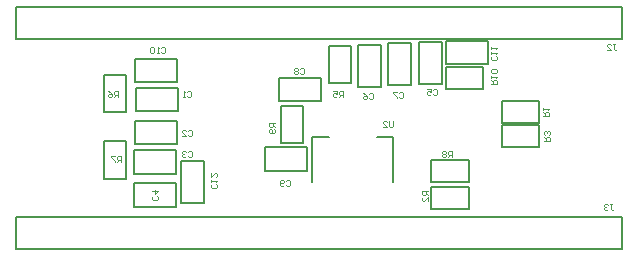
<source format=gbo>
G04*
G04 #@! TF.GenerationSoftware,Altium Limited,Altium Designer,22.7.1 (60)*
G04*
G04 Layer_Color=32896*
%FSLAX25Y25*%
%MOIN*%
G70*
G04*
G04 #@! TF.SameCoordinates,143699A1-5C46-47B9-B1A9-45083201A81C*
G04*
G04*
G04 #@! TF.FilePolarity,Positive*
G04*
G01*
G75*
%ADD11C,0.00787*%
%ADD13C,0.00400*%
D11*
X4095Y4685D02*
X206063D01*
Y15216D01*
X4095Y4685D02*
Y15216D01*
X206063D01*
X4095Y74685D02*
X206063D01*
Y85216D01*
X4095Y74685D02*
Y85216D01*
X206063D01*
X178247Y46597D02*
Y53797D01*
X165847Y46597D02*
X178247D01*
X165847D02*
Y53797D01*
X178247D01*
Y38723D02*
Y45923D01*
X165847Y38723D02*
X178247D01*
X165847D02*
Y45923D01*
X178247D01*
X142422Y18054D02*
Y25253D01*
X154822D01*
Y18054D02*
Y25253D01*
X142422Y18054D02*
X154822D01*
X142422Y26912D02*
Y34112D01*
X154822D01*
Y26912D02*
Y34112D01*
X142422Y26912D02*
X154822D01*
X129528Y26969D02*
Y41929D01*
X124409D02*
X129528D01*
X102756Y26969D02*
Y41929D01*
X108268D01*
X86988Y30709D02*
X100988D01*
Y38449D01*
X86988D02*
X100988D01*
X86988Y30709D02*
Y38449D01*
X92400Y52200D02*
X99600D01*
Y39800D02*
Y52200D01*
X92400Y39800D02*
X99600D01*
X92400D02*
Y52200D01*
X43197Y18701D02*
X57197D01*
Y26441D01*
X43197D02*
X57197D01*
X43197Y18701D02*
Y26441D01*
X66732Y20059D02*
Y34059D01*
X58992D02*
X66732D01*
X58992Y20059D02*
Y34059D01*
Y20059D02*
X66732D01*
X43287Y29724D02*
X57287D01*
Y37465D01*
X43287D02*
X57287D01*
X43287Y29724D02*
Y37465D01*
X33408Y28052D02*
X40608D01*
X33408D02*
Y40452D01*
X40608D01*
Y28052D02*
Y40452D01*
X43591Y39567D02*
X57591D01*
Y47307D01*
X43591D02*
X57591D01*
X43591Y39567D02*
Y47307D01*
X33408Y50099D02*
X40608D01*
X33408D02*
Y62499D01*
X40608D01*
Y50099D02*
Y62499D01*
X43984Y50591D02*
X57984D01*
Y58331D01*
X43984D02*
X57984D01*
X43984Y50591D02*
Y58331D01*
X43681Y60236D02*
X57681D01*
Y67976D01*
X43681D02*
X57681D01*
X43681Y60236D02*
Y67976D01*
X91500Y61740D02*
X105500D01*
X91500Y54000D02*
Y61740D01*
Y54000D02*
X105500D01*
Y61740D01*
X108400Y59800D02*
X115600D01*
X108400D02*
Y72200D01*
X115600D01*
Y59800D02*
Y72200D01*
X125740Y58740D02*
Y72740D01*
X118000D02*
X125740D01*
X118000Y58740D02*
Y72740D01*
Y58740D02*
X125740D01*
X135740Y59260D02*
Y73260D01*
X128000D02*
X135740D01*
X128000Y59260D02*
Y73260D01*
Y59260D02*
X135740D01*
X138260Y59500D02*
Y73500D01*
Y59500D02*
X146000D01*
Y73500D01*
X138260D02*
X146000D01*
X159700Y57900D02*
Y65100D01*
X147300Y57900D02*
X159700D01*
X147300D02*
Y65100D01*
X159700D01*
X147260Y66260D02*
X161260D01*
Y74000D01*
X147260D02*
X161260D01*
X147260Y66260D02*
Y74000D01*
D13*
X180103Y40657D02*
X182102D01*
Y41656D01*
X181769Y41990D01*
X181102D01*
X180769Y41656D01*
Y40657D01*
Y41323D02*
X180103Y41990D01*
X181769Y42656D02*
X182102Y42989D01*
Y43656D01*
X181769Y43989D01*
X181436D01*
X181102Y43656D01*
Y43323D01*
Y43656D01*
X180769Y43989D01*
X180436D01*
X180103Y43656D01*
Y42989D01*
X180436Y42656D01*
X179611Y48864D02*
X181610D01*
Y49864D01*
X181277Y50197D01*
X180610D01*
X180277Y49864D01*
Y48864D01*
Y49530D02*
X179611Y50197D01*
Y50863D02*
Y51530D01*
Y51196D01*
X181610D01*
X181277Y50863D01*
X129619Y47260D02*
Y45593D01*
X129286Y45260D01*
X128619D01*
X128286Y45593D01*
Y47260D01*
X126287Y45260D02*
X127620D01*
X126287Y46593D01*
Y46926D01*
X126620Y47260D01*
X127286D01*
X127620Y46926D01*
X162386Y59509D02*
X164385D01*
Y60508D01*
X164052Y60842D01*
X163386D01*
X163053Y60508D01*
Y59509D01*
Y60175D02*
X162386Y60842D01*
Y61508D02*
Y62174D01*
Y61841D01*
X164385D01*
X164052Y61508D01*
Y63174D02*
X164385Y63507D01*
Y64174D01*
X164052Y64507D01*
X162719D01*
X162386Y64174D01*
Y63507D01*
X162719Y63174D01*
X164052D01*
X90350Y46671D02*
X88351D01*
Y45672D01*
X88684Y45338D01*
X89350D01*
X89684Y45672D01*
Y46671D01*
Y46005D02*
X90350Y45338D01*
X90017Y44672D02*
X90350Y44339D01*
Y43672D01*
X90017Y43339D01*
X88684D01*
X88351Y43672D01*
Y44339D01*
X88684Y44672D01*
X89017D01*
X89350Y44339D01*
Y43339D01*
X149304Y35418D02*
Y37417D01*
X148304D01*
X147971Y37084D01*
Y36417D01*
X148304Y36084D01*
X149304D01*
X148637D02*
X147971Y35418D01*
X147305Y37084D02*
X146971Y37417D01*
X146305D01*
X145972Y37084D01*
Y36751D01*
X146305Y36417D01*
X145972Y36084D01*
Y35751D01*
X146305Y35418D01*
X146971D01*
X147305Y35751D01*
Y36084D01*
X146971Y36417D01*
X147305Y36751D01*
Y37084D01*
X146971Y36417D02*
X146305D01*
X39068Y33449D02*
Y35449D01*
X38068D01*
X37735Y35115D01*
Y34449D01*
X38068Y34116D01*
X39068D01*
X38401D02*
X37735Y33449D01*
X37068Y35449D02*
X35735D01*
Y35115D01*
X37068Y33782D01*
Y33449D01*
X38083Y55103D02*
Y57102D01*
X37084D01*
X36751Y56769D01*
Y56102D01*
X37084Y55769D01*
X38083D01*
X37417D02*
X36751Y55103D01*
X34751Y57102D02*
X35418Y56769D01*
X36084Y56102D01*
Y55436D01*
X35751Y55103D01*
X35084D01*
X34751Y55436D01*
Y55769D01*
X35084Y56102D01*
X36084D01*
X112887Y55103D02*
Y57102D01*
X111887D01*
X111554Y56769D01*
Y56102D01*
X111887Y55769D01*
X112887D01*
X112220D02*
X111554Y55103D01*
X109554Y57102D02*
X110887D01*
Y56102D01*
X110221Y56436D01*
X109888D01*
X109554Y56102D01*
Y55436D01*
X109888Y55103D01*
X110554D01*
X110887Y55436D01*
X141354Y23784D02*
X139355D01*
Y22785D01*
X139688Y22451D01*
X140354D01*
X140688Y22785D01*
Y23784D01*
Y23118D02*
X141354Y22451D01*
Y20452D02*
Y21785D01*
X140021Y20452D01*
X139688D01*
X139355Y20785D01*
Y21452D01*
X139688Y21785D01*
X202105Y19701D02*
X202771D01*
X202438D01*
Y18034D01*
X202771Y17701D01*
X203104D01*
X203438Y18034D01*
X201438Y19367D02*
X201105Y19701D01*
X200439D01*
X200106Y19367D01*
Y19034D01*
X200439Y18701D01*
X200772D01*
X200439D01*
X200106Y18368D01*
Y18034D01*
X200439Y17701D01*
X201105D01*
X201438Y18034D01*
X203089Y72850D02*
X203756D01*
X203422D01*
Y71184D01*
X203756Y70851D01*
X204089D01*
X204422Y71184D01*
X201090Y70851D02*
X202423D01*
X201090Y72184D01*
Y72517D01*
X201423Y72850D01*
X202090D01*
X202423Y72517D01*
X70548Y26393D02*
X70882Y26060D01*
Y25393D01*
X70548Y25060D01*
X69215D01*
X68882Y25393D01*
Y26060D01*
X69215Y26393D01*
X68882Y27059D02*
Y27726D01*
Y27393D01*
X70882D01*
X70548Y27059D01*
X68882Y30058D02*
Y28725D01*
X70215Y30058D01*
X70548D01*
X70882Y29725D01*
Y29059D01*
X70548Y28725D01*
X164052Y69049D02*
X164385Y68716D01*
Y68049D01*
X164052Y67716D01*
X162719D01*
X162386Y68049D01*
Y68716D01*
X162719Y69049D01*
X162386Y69715D02*
Y70382D01*
Y70048D01*
X164385D01*
X164052Y69715D01*
X162386Y71381D02*
Y72048D01*
Y71715D01*
X164385D01*
X164052Y71381D01*
X52347Y71533D02*
X52681Y71866D01*
X53347D01*
X53680Y71533D01*
Y70200D01*
X53347Y69867D01*
X52681D01*
X52347Y70200D01*
X51681Y69867D02*
X51015D01*
X51348D01*
Y71866D01*
X51681Y71533D01*
X50015D02*
X49682Y71866D01*
X49015D01*
X48682Y71533D01*
Y70200D01*
X49015Y69867D01*
X49682D01*
X50015Y70200D01*
Y71533D01*
X93837Y27241D02*
X94170Y27575D01*
X94837D01*
X95170Y27241D01*
Y25908D01*
X94837Y25575D01*
X94170D01*
X93837Y25908D01*
X93171D02*
X92838Y25575D01*
X92171D01*
X91838Y25908D01*
Y27241D01*
X92171Y27575D01*
X92838D01*
X93171Y27241D01*
Y26908D01*
X92838Y26575D01*
X91838D01*
X98758Y64643D02*
X99092Y64976D01*
X99758D01*
X100091Y64643D01*
Y63310D01*
X99758Y62977D01*
X99092D01*
X98758Y63310D01*
X98092Y64643D02*
X97759Y64976D01*
X97092D01*
X96759Y64643D01*
Y64310D01*
X97092Y63976D01*
X96759Y63643D01*
Y63310D01*
X97092Y62977D01*
X97759D01*
X98092Y63310D01*
Y63643D01*
X97759Y63976D01*
X98092Y64310D01*
Y64643D01*
X97759Y63976D02*
X97092D01*
X131745Y56685D02*
X132079Y57018D01*
X132745D01*
X133078Y56685D01*
Y55352D01*
X132745Y55019D01*
X132079D01*
X131745Y55352D01*
X131079Y57018D02*
X129746D01*
Y56685D01*
X131079Y55352D01*
Y55019D01*
X121469Y56178D02*
X121803Y56511D01*
X122469D01*
X122802Y56178D01*
Y54845D01*
X122469Y54511D01*
X121803D01*
X121469Y54845D01*
X119470Y56511D02*
X120137Y56178D01*
X120803Y55511D01*
Y54845D01*
X120470Y54511D01*
X119803D01*
X119470Y54845D01*
Y55178D01*
X119803Y55511D01*
X120803D01*
X143050Y57753D02*
X143383Y58086D01*
X144049D01*
X144383Y57753D01*
Y56420D01*
X144049Y56087D01*
X143383D01*
X143050Y56420D01*
X141050Y58086D02*
X142383D01*
Y57087D01*
X141717Y57420D01*
X141384D01*
X141050Y57087D01*
Y56420D01*
X141384Y56087D01*
X142050D01*
X142383Y56420D01*
X50863Y22305D02*
X51196Y21971D01*
Y21305D01*
X50863Y20972D01*
X49530D01*
X49197Y21305D01*
Y21971D01*
X49530Y22305D01*
X49197Y23971D02*
X51196D01*
X50197Y22971D01*
Y24304D01*
X61357Y37084D02*
X61690Y37417D01*
X62357D01*
X62690Y37084D01*
Y35751D01*
X62357Y35418D01*
X61690D01*
X61357Y35751D01*
X60690Y37084D02*
X60357Y37417D01*
X59691D01*
X59358Y37084D01*
Y36751D01*
X59691Y36417D01*
X60024D01*
X59691D01*
X59358Y36084D01*
Y35751D01*
X59691Y35418D01*
X60357D01*
X60690Y35751D01*
X61357Y43974D02*
X61690Y44307D01*
X62357D01*
X62690Y43974D01*
Y42641D01*
X62357Y42307D01*
X61690D01*
X61357Y42641D01*
X59358Y42307D02*
X60690D01*
X59358Y43640D01*
Y43974D01*
X59691Y44307D01*
X60357D01*
X60690Y43974D01*
X61024Y56769D02*
X61357Y57102D01*
X62023D01*
X62357Y56769D01*
Y55436D01*
X62023Y55103D01*
X61357D01*
X61024Y55436D01*
X60357Y55103D02*
X59691D01*
X60024D01*
Y57102D01*
X60357Y56769D01*
M02*

</source>
